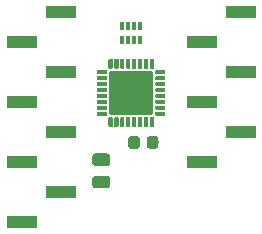
<source format=gbr>
G04 #@! TF.GenerationSoftware,KiCad,Pcbnew,5.0.0*
G04 #@! TF.CreationDate,2019-08-09T00:55:27-06:00*
G04 #@! TF.ProjectId,SX8634-Breakout,5358383633342D427265616B6F75742E,1*
G04 #@! TF.SameCoordinates,Original*
G04 #@! TF.FileFunction,Soldermask,Bot*
G04 #@! TF.FilePolarity,Negative*
%FSLAX46Y46*%
G04 Gerber Fmt 4.6, Leading zero omitted, Abs format (unit mm)*
G04 Created by KiCad (PCBNEW 5.0.0) date Fri Aug  9 00:55:27 2019*
%MOMM*%
%LPD*%
G01*
G04 APERTURE LIST*
%ADD10C,0.100000*%
%ADD11C,0.976600*%
%ADD12C,1.076600*%
%ADD13R,0.351600X0.701600*%
%ADD14C,3.751600*%
%ADD15C,0.351600*%
%ADD16R,2.611600X1.101600*%
G04 APERTURE END LIST*
D10*
G04 #@! TO.C,C1*
G36*
X61456581Y-47354376D02*
X61480281Y-47357891D01*
X61503523Y-47363713D01*
X61526082Y-47371785D01*
X61547742Y-47382029D01*
X61568292Y-47394347D01*
X61587537Y-47408619D01*
X61605290Y-47424710D01*
X61621381Y-47442463D01*
X61635653Y-47461708D01*
X61647971Y-47482258D01*
X61658215Y-47503918D01*
X61666287Y-47526477D01*
X61672109Y-47549719D01*
X61675624Y-47573419D01*
X61676800Y-47597350D01*
X61676800Y-48160650D01*
X61675624Y-48184581D01*
X61672109Y-48208281D01*
X61666287Y-48231523D01*
X61658215Y-48254082D01*
X61647971Y-48275742D01*
X61635653Y-48296292D01*
X61621381Y-48315537D01*
X61605290Y-48333290D01*
X61587537Y-48349381D01*
X61568292Y-48363653D01*
X61547742Y-48375971D01*
X61526082Y-48386215D01*
X61503523Y-48394287D01*
X61480281Y-48400109D01*
X61456581Y-48403624D01*
X61432650Y-48404800D01*
X60944350Y-48404800D01*
X60920419Y-48403624D01*
X60896719Y-48400109D01*
X60873477Y-48394287D01*
X60850918Y-48386215D01*
X60829258Y-48375971D01*
X60808708Y-48363653D01*
X60789463Y-48349381D01*
X60771710Y-48333290D01*
X60755619Y-48315537D01*
X60741347Y-48296292D01*
X60729029Y-48275742D01*
X60718785Y-48254082D01*
X60710713Y-48231523D01*
X60704891Y-48208281D01*
X60701376Y-48184581D01*
X60700200Y-48160650D01*
X60700200Y-47597350D01*
X60701376Y-47573419D01*
X60704891Y-47549719D01*
X60710713Y-47526477D01*
X60718785Y-47503918D01*
X60729029Y-47482258D01*
X60741347Y-47461708D01*
X60755619Y-47442463D01*
X60771710Y-47424710D01*
X60789463Y-47408619D01*
X60808708Y-47394347D01*
X60829258Y-47382029D01*
X60850918Y-47371785D01*
X60873477Y-47363713D01*
X60896719Y-47357891D01*
X60920419Y-47354376D01*
X60944350Y-47353200D01*
X61432650Y-47353200D01*
X61456581Y-47354376D01*
X61456581Y-47354376D01*
G37*
D11*
X61188500Y-47879000D03*
D10*
G36*
X63031581Y-47354376D02*
X63055281Y-47357891D01*
X63078523Y-47363713D01*
X63101082Y-47371785D01*
X63122742Y-47382029D01*
X63143292Y-47394347D01*
X63162537Y-47408619D01*
X63180290Y-47424710D01*
X63196381Y-47442463D01*
X63210653Y-47461708D01*
X63222971Y-47482258D01*
X63233215Y-47503918D01*
X63241287Y-47526477D01*
X63247109Y-47549719D01*
X63250624Y-47573419D01*
X63251800Y-47597350D01*
X63251800Y-48160650D01*
X63250624Y-48184581D01*
X63247109Y-48208281D01*
X63241287Y-48231523D01*
X63233215Y-48254082D01*
X63222971Y-48275742D01*
X63210653Y-48296292D01*
X63196381Y-48315537D01*
X63180290Y-48333290D01*
X63162537Y-48349381D01*
X63143292Y-48363653D01*
X63122742Y-48375971D01*
X63101082Y-48386215D01*
X63078523Y-48394287D01*
X63055281Y-48400109D01*
X63031581Y-48403624D01*
X63007650Y-48404800D01*
X62519350Y-48404800D01*
X62495419Y-48403624D01*
X62471719Y-48400109D01*
X62448477Y-48394287D01*
X62425918Y-48386215D01*
X62404258Y-48375971D01*
X62383708Y-48363653D01*
X62364463Y-48349381D01*
X62346710Y-48333290D01*
X62330619Y-48315537D01*
X62316347Y-48296292D01*
X62304029Y-48275742D01*
X62293785Y-48254082D01*
X62285713Y-48231523D01*
X62279891Y-48208281D01*
X62276376Y-48184581D01*
X62275200Y-48160650D01*
X62275200Y-47597350D01*
X62276376Y-47573419D01*
X62279891Y-47549719D01*
X62285713Y-47526477D01*
X62293785Y-47503918D01*
X62304029Y-47482258D01*
X62316347Y-47461708D01*
X62330619Y-47442463D01*
X62346710Y-47424710D01*
X62364463Y-47408619D01*
X62383708Y-47394347D01*
X62404258Y-47382029D01*
X62425918Y-47371785D01*
X62448477Y-47363713D01*
X62471719Y-47357891D01*
X62495419Y-47354376D01*
X62519350Y-47353200D01*
X63007650Y-47353200D01*
X63031581Y-47354376D01*
X63031581Y-47354376D01*
G37*
D11*
X62763500Y-47879000D03*
G04 #@! TD*
D10*
G04 #@! TO.C,C2*
G36*
X58928031Y-48817496D02*
X58954159Y-48821372D01*
X58979780Y-48827790D01*
X59004649Y-48836688D01*
X59028526Y-48847981D01*
X59051182Y-48861560D01*
X59072397Y-48877294D01*
X59091968Y-48895032D01*
X59109706Y-48914603D01*
X59125440Y-48935818D01*
X59139019Y-48958474D01*
X59150312Y-48982351D01*
X59159210Y-49007220D01*
X59165628Y-49032841D01*
X59169504Y-49058969D01*
X59170800Y-49085350D01*
X59170800Y-49623650D01*
X59169504Y-49650031D01*
X59165628Y-49676159D01*
X59159210Y-49701780D01*
X59150312Y-49726649D01*
X59139019Y-49750526D01*
X59125440Y-49773182D01*
X59109706Y-49794397D01*
X59091968Y-49813968D01*
X59072397Y-49831706D01*
X59051182Y-49847440D01*
X59028526Y-49861019D01*
X59004649Y-49872312D01*
X58979780Y-49881210D01*
X58954159Y-49887628D01*
X58928031Y-49891504D01*
X58901650Y-49892800D01*
X57938350Y-49892800D01*
X57911969Y-49891504D01*
X57885841Y-49887628D01*
X57860220Y-49881210D01*
X57835351Y-49872312D01*
X57811474Y-49861019D01*
X57788818Y-49847440D01*
X57767603Y-49831706D01*
X57748032Y-49813968D01*
X57730294Y-49794397D01*
X57714560Y-49773182D01*
X57700981Y-49750526D01*
X57689688Y-49726649D01*
X57680790Y-49701780D01*
X57674372Y-49676159D01*
X57670496Y-49650031D01*
X57669200Y-49623650D01*
X57669200Y-49085350D01*
X57670496Y-49058969D01*
X57674372Y-49032841D01*
X57680790Y-49007220D01*
X57689688Y-48982351D01*
X57700981Y-48958474D01*
X57714560Y-48935818D01*
X57730294Y-48914603D01*
X57748032Y-48895032D01*
X57767603Y-48877294D01*
X57788818Y-48861560D01*
X57811474Y-48847981D01*
X57835351Y-48836688D01*
X57860220Y-48827790D01*
X57885841Y-48821372D01*
X57911969Y-48817496D01*
X57938350Y-48816200D01*
X58901650Y-48816200D01*
X58928031Y-48817496D01*
X58928031Y-48817496D01*
G37*
D12*
X58420000Y-49354500D03*
D10*
G36*
X58928031Y-50692496D02*
X58954159Y-50696372D01*
X58979780Y-50702790D01*
X59004649Y-50711688D01*
X59028526Y-50722981D01*
X59051182Y-50736560D01*
X59072397Y-50752294D01*
X59091968Y-50770032D01*
X59109706Y-50789603D01*
X59125440Y-50810818D01*
X59139019Y-50833474D01*
X59150312Y-50857351D01*
X59159210Y-50882220D01*
X59165628Y-50907841D01*
X59169504Y-50933969D01*
X59170800Y-50960350D01*
X59170800Y-51498650D01*
X59169504Y-51525031D01*
X59165628Y-51551159D01*
X59159210Y-51576780D01*
X59150312Y-51601649D01*
X59139019Y-51625526D01*
X59125440Y-51648182D01*
X59109706Y-51669397D01*
X59091968Y-51688968D01*
X59072397Y-51706706D01*
X59051182Y-51722440D01*
X59028526Y-51736019D01*
X59004649Y-51747312D01*
X58979780Y-51756210D01*
X58954159Y-51762628D01*
X58928031Y-51766504D01*
X58901650Y-51767800D01*
X57938350Y-51767800D01*
X57911969Y-51766504D01*
X57885841Y-51762628D01*
X57860220Y-51756210D01*
X57835351Y-51747312D01*
X57811474Y-51736019D01*
X57788818Y-51722440D01*
X57767603Y-51706706D01*
X57748032Y-51688968D01*
X57730294Y-51669397D01*
X57714560Y-51648182D01*
X57700981Y-51625526D01*
X57689688Y-51601649D01*
X57680790Y-51576780D01*
X57674372Y-51551159D01*
X57670496Y-51525031D01*
X57669200Y-51498650D01*
X57669200Y-50960350D01*
X57670496Y-50933969D01*
X57674372Y-50907841D01*
X57680790Y-50882220D01*
X57689688Y-50857351D01*
X57700981Y-50833474D01*
X57714560Y-50810818D01*
X57730294Y-50789603D01*
X57748032Y-50770032D01*
X57767603Y-50752294D01*
X57788818Y-50736560D01*
X57811474Y-50722981D01*
X57835351Y-50711688D01*
X57860220Y-50702790D01*
X57885841Y-50696372D01*
X57911969Y-50692496D01*
X57938350Y-50691200D01*
X58901650Y-50691200D01*
X58928031Y-50692496D01*
X58928031Y-50692496D01*
G37*
D12*
X58420000Y-51229500D03*
G04 #@! TD*
D13*
G04 #@! TO.C,CARY1*
X60210000Y-38033000D03*
X60210000Y-39183000D03*
X60710000Y-38033000D03*
X60710000Y-39183000D03*
X61210000Y-38033000D03*
X61210000Y-39183000D03*
X61710000Y-38033000D03*
X61710000Y-39183000D03*
G04 #@! TD*
D10*
G04 #@! TO.C,U1*
G36*
X62604028Y-41813437D02*
X62628972Y-41817137D01*
X62653433Y-41823265D01*
X62677176Y-41831760D01*
X62699971Y-41842541D01*
X62721600Y-41855505D01*
X62741854Y-41870527D01*
X62760539Y-41887461D01*
X62777473Y-41906146D01*
X62792495Y-41926400D01*
X62805459Y-41948029D01*
X62816240Y-41970824D01*
X62824735Y-41994567D01*
X62830863Y-42019028D01*
X62834563Y-42043972D01*
X62835800Y-42069158D01*
X62835800Y-45306842D01*
X62834563Y-45332028D01*
X62830863Y-45356972D01*
X62824735Y-45381433D01*
X62816240Y-45405176D01*
X62805459Y-45427971D01*
X62792495Y-45449600D01*
X62777473Y-45469854D01*
X62760539Y-45488539D01*
X62741854Y-45505473D01*
X62721600Y-45520495D01*
X62699971Y-45533459D01*
X62677176Y-45544240D01*
X62653433Y-45552735D01*
X62628972Y-45558863D01*
X62604028Y-45562563D01*
X62578842Y-45563800D01*
X59341158Y-45563800D01*
X59315972Y-45562563D01*
X59291028Y-45558863D01*
X59266567Y-45552735D01*
X59242824Y-45544240D01*
X59220029Y-45533459D01*
X59198400Y-45520495D01*
X59178146Y-45505473D01*
X59159461Y-45488539D01*
X59142527Y-45469854D01*
X59127505Y-45449600D01*
X59114541Y-45427971D01*
X59103760Y-45405176D01*
X59095265Y-45381433D01*
X59089137Y-45356972D01*
X59085437Y-45332028D01*
X59084200Y-45306842D01*
X59084200Y-42069158D01*
X59085437Y-42043972D01*
X59089137Y-42019028D01*
X59095265Y-41994567D01*
X59103760Y-41970824D01*
X59114541Y-41948029D01*
X59127505Y-41926400D01*
X59142527Y-41906146D01*
X59159461Y-41887461D01*
X59178146Y-41870527D01*
X59198400Y-41855505D01*
X59220029Y-41842541D01*
X59242824Y-41831760D01*
X59266567Y-41823265D01*
X59291028Y-41817137D01*
X59315972Y-41813437D01*
X59341158Y-41812200D01*
X62578842Y-41812200D01*
X62604028Y-41813437D01*
X62604028Y-41813437D01*
G37*
D14*
X60960000Y-43688000D03*
D10*
G36*
X63781516Y-41762623D02*
X63790048Y-41763889D01*
X63798416Y-41765985D01*
X63806538Y-41768891D01*
X63814336Y-41772579D01*
X63821735Y-41777014D01*
X63828663Y-41782152D01*
X63835055Y-41787945D01*
X63840848Y-41794337D01*
X63845986Y-41801265D01*
X63850421Y-41808664D01*
X63854109Y-41816462D01*
X63857015Y-41824584D01*
X63859111Y-41832952D01*
X63860377Y-41841484D01*
X63860800Y-41850100D01*
X63860800Y-42025900D01*
X63860377Y-42034516D01*
X63859111Y-42043048D01*
X63857015Y-42051416D01*
X63854109Y-42059538D01*
X63850421Y-42067336D01*
X63845986Y-42074735D01*
X63840848Y-42081663D01*
X63835055Y-42088055D01*
X63828663Y-42093848D01*
X63821735Y-42098986D01*
X63814336Y-42103421D01*
X63806538Y-42107109D01*
X63798416Y-42110015D01*
X63790048Y-42112111D01*
X63781516Y-42113377D01*
X63772900Y-42113800D01*
X63097100Y-42113800D01*
X63088484Y-42113377D01*
X63079952Y-42112111D01*
X63071584Y-42110015D01*
X63063462Y-42107109D01*
X63055664Y-42103421D01*
X63048265Y-42098986D01*
X63041337Y-42093848D01*
X63034945Y-42088055D01*
X63029152Y-42081663D01*
X63024014Y-42074735D01*
X63019579Y-42067336D01*
X63015891Y-42059538D01*
X63012985Y-42051416D01*
X63010889Y-42043048D01*
X63009623Y-42034516D01*
X63009200Y-42025900D01*
X63009200Y-41850100D01*
X63009623Y-41841484D01*
X63010889Y-41832952D01*
X63012985Y-41824584D01*
X63015891Y-41816462D01*
X63019579Y-41808664D01*
X63024014Y-41801265D01*
X63029152Y-41794337D01*
X63034945Y-41787945D01*
X63041337Y-41782152D01*
X63048265Y-41777014D01*
X63055664Y-41772579D01*
X63063462Y-41768891D01*
X63071584Y-41765985D01*
X63079952Y-41763889D01*
X63088484Y-41762623D01*
X63097100Y-41762200D01*
X63772900Y-41762200D01*
X63781516Y-41762623D01*
X63781516Y-41762623D01*
G37*
D15*
X63435000Y-41938000D03*
D10*
G36*
X63781516Y-42262623D02*
X63790048Y-42263889D01*
X63798416Y-42265985D01*
X63806538Y-42268891D01*
X63814336Y-42272579D01*
X63821735Y-42277014D01*
X63828663Y-42282152D01*
X63835055Y-42287945D01*
X63840848Y-42294337D01*
X63845986Y-42301265D01*
X63850421Y-42308664D01*
X63854109Y-42316462D01*
X63857015Y-42324584D01*
X63859111Y-42332952D01*
X63860377Y-42341484D01*
X63860800Y-42350100D01*
X63860800Y-42525900D01*
X63860377Y-42534516D01*
X63859111Y-42543048D01*
X63857015Y-42551416D01*
X63854109Y-42559538D01*
X63850421Y-42567336D01*
X63845986Y-42574735D01*
X63840848Y-42581663D01*
X63835055Y-42588055D01*
X63828663Y-42593848D01*
X63821735Y-42598986D01*
X63814336Y-42603421D01*
X63806538Y-42607109D01*
X63798416Y-42610015D01*
X63790048Y-42612111D01*
X63781516Y-42613377D01*
X63772900Y-42613800D01*
X63097100Y-42613800D01*
X63088484Y-42613377D01*
X63079952Y-42612111D01*
X63071584Y-42610015D01*
X63063462Y-42607109D01*
X63055664Y-42603421D01*
X63048265Y-42598986D01*
X63041337Y-42593848D01*
X63034945Y-42588055D01*
X63029152Y-42581663D01*
X63024014Y-42574735D01*
X63019579Y-42567336D01*
X63015891Y-42559538D01*
X63012985Y-42551416D01*
X63010889Y-42543048D01*
X63009623Y-42534516D01*
X63009200Y-42525900D01*
X63009200Y-42350100D01*
X63009623Y-42341484D01*
X63010889Y-42332952D01*
X63012985Y-42324584D01*
X63015891Y-42316462D01*
X63019579Y-42308664D01*
X63024014Y-42301265D01*
X63029152Y-42294337D01*
X63034945Y-42287945D01*
X63041337Y-42282152D01*
X63048265Y-42277014D01*
X63055664Y-42272579D01*
X63063462Y-42268891D01*
X63071584Y-42265985D01*
X63079952Y-42263889D01*
X63088484Y-42262623D01*
X63097100Y-42262200D01*
X63772900Y-42262200D01*
X63781516Y-42262623D01*
X63781516Y-42262623D01*
G37*
D15*
X63435000Y-42438000D03*
D10*
G36*
X63781516Y-42762623D02*
X63790048Y-42763889D01*
X63798416Y-42765985D01*
X63806538Y-42768891D01*
X63814336Y-42772579D01*
X63821735Y-42777014D01*
X63828663Y-42782152D01*
X63835055Y-42787945D01*
X63840848Y-42794337D01*
X63845986Y-42801265D01*
X63850421Y-42808664D01*
X63854109Y-42816462D01*
X63857015Y-42824584D01*
X63859111Y-42832952D01*
X63860377Y-42841484D01*
X63860800Y-42850100D01*
X63860800Y-43025900D01*
X63860377Y-43034516D01*
X63859111Y-43043048D01*
X63857015Y-43051416D01*
X63854109Y-43059538D01*
X63850421Y-43067336D01*
X63845986Y-43074735D01*
X63840848Y-43081663D01*
X63835055Y-43088055D01*
X63828663Y-43093848D01*
X63821735Y-43098986D01*
X63814336Y-43103421D01*
X63806538Y-43107109D01*
X63798416Y-43110015D01*
X63790048Y-43112111D01*
X63781516Y-43113377D01*
X63772900Y-43113800D01*
X63097100Y-43113800D01*
X63088484Y-43113377D01*
X63079952Y-43112111D01*
X63071584Y-43110015D01*
X63063462Y-43107109D01*
X63055664Y-43103421D01*
X63048265Y-43098986D01*
X63041337Y-43093848D01*
X63034945Y-43088055D01*
X63029152Y-43081663D01*
X63024014Y-43074735D01*
X63019579Y-43067336D01*
X63015891Y-43059538D01*
X63012985Y-43051416D01*
X63010889Y-43043048D01*
X63009623Y-43034516D01*
X63009200Y-43025900D01*
X63009200Y-42850100D01*
X63009623Y-42841484D01*
X63010889Y-42832952D01*
X63012985Y-42824584D01*
X63015891Y-42816462D01*
X63019579Y-42808664D01*
X63024014Y-42801265D01*
X63029152Y-42794337D01*
X63034945Y-42787945D01*
X63041337Y-42782152D01*
X63048265Y-42777014D01*
X63055664Y-42772579D01*
X63063462Y-42768891D01*
X63071584Y-42765985D01*
X63079952Y-42763889D01*
X63088484Y-42762623D01*
X63097100Y-42762200D01*
X63772900Y-42762200D01*
X63781516Y-42762623D01*
X63781516Y-42762623D01*
G37*
D15*
X63435000Y-42938000D03*
D10*
G36*
X63781516Y-43262623D02*
X63790048Y-43263889D01*
X63798416Y-43265985D01*
X63806538Y-43268891D01*
X63814336Y-43272579D01*
X63821735Y-43277014D01*
X63828663Y-43282152D01*
X63835055Y-43287945D01*
X63840848Y-43294337D01*
X63845986Y-43301265D01*
X63850421Y-43308664D01*
X63854109Y-43316462D01*
X63857015Y-43324584D01*
X63859111Y-43332952D01*
X63860377Y-43341484D01*
X63860800Y-43350100D01*
X63860800Y-43525900D01*
X63860377Y-43534516D01*
X63859111Y-43543048D01*
X63857015Y-43551416D01*
X63854109Y-43559538D01*
X63850421Y-43567336D01*
X63845986Y-43574735D01*
X63840848Y-43581663D01*
X63835055Y-43588055D01*
X63828663Y-43593848D01*
X63821735Y-43598986D01*
X63814336Y-43603421D01*
X63806538Y-43607109D01*
X63798416Y-43610015D01*
X63790048Y-43612111D01*
X63781516Y-43613377D01*
X63772900Y-43613800D01*
X63097100Y-43613800D01*
X63088484Y-43613377D01*
X63079952Y-43612111D01*
X63071584Y-43610015D01*
X63063462Y-43607109D01*
X63055664Y-43603421D01*
X63048265Y-43598986D01*
X63041337Y-43593848D01*
X63034945Y-43588055D01*
X63029152Y-43581663D01*
X63024014Y-43574735D01*
X63019579Y-43567336D01*
X63015891Y-43559538D01*
X63012985Y-43551416D01*
X63010889Y-43543048D01*
X63009623Y-43534516D01*
X63009200Y-43525900D01*
X63009200Y-43350100D01*
X63009623Y-43341484D01*
X63010889Y-43332952D01*
X63012985Y-43324584D01*
X63015891Y-43316462D01*
X63019579Y-43308664D01*
X63024014Y-43301265D01*
X63029152Y-43294337D01*
X63034945Y-43287945D01*
X63041337Y-43282152D01*
X63048265Y-43277014D01*
X63055664Y-43272579D01*
X63063462Y-43268891D01*
X63071584Y-43265985D01*
X63079952Y-43263889D01*
X63088484Y-43262623D01*
X63097100Y-43262200D01*
X63772900Y-43262200D01*
X63781516Y-43262623D01*
X63781516Y-43262623D01*
G37*
D15*
X63435000Y-43438000D03*
D10*
G36*
X63781516Y-43762623D02*
X63790048Y-43763889D01*
X63798416Y-43765985D01*
X63806538Y-43768891D01*
X63814336Y-43772579D01*
X63821735Y-43777014D01*
X63828663Y-43782152D01*
X63835055Y-43787945D01*
X63840848Y-43794337D01*
X63845986Y-43801265D01*
X63850421Y-43808664D01*
X63854109Y-43816462D01*
X63857015Y-43824584D01*
X63859111Y-43832952D01*
X63860377Y-43841484D01*
X63860800Y-43850100D01*
X63860800Y-44025900D01*
X63860377Y-44034516D01*
X63859111Y-44043048D01*
X63857015Y-44051416D01*
X63854109Y-44059538D01*
X63850421Y-44067336D01*
X63845986Y-44074735D01*
X63840848Y-44081663D01*
X63835055Y-44088055D01*
X63828663Y-44093848D01*
X63821735Y-44098986D01*
X63814336Y-44103421D01*
X63806538Y-44107109D01*
X63798416Y-44110015D01*
X63790048Y-44112111D01*
X63781516Y-44113377D01*
X63772900Y-44113800D01*
X63097100Y-44113800D01*
X63088484Y-44113377D01*
X63079952Y-44112111D01*
X63071584Y-44110015D01*
X63063462Y-44107109D01*
X63055664Y-44103421D01*
X63048265Y-44098986D01*
X63041337Y-44093848D01*
X63034945Y-44088055D01*
X63029152Y-44081663D01*
X63024014Y-44074735D01*
X63019579Y-44067336D01*
X63015891Y-44059538D01*
X63012985Y-44051416D01*
X63010889Y-44043048D01*
X63009623Y-44034516D01*
X63009200Y-44025900D01*
X63009200Y-43850100D01*
X63009623Y-43841484D01*
X63010889Y-43832952D01*
X63012985Y-43824584D01*
X63015891Y-43816462D01*
X63019579Y-43808664D01*
X63024014Y-43801265D01*
X63029152Y-43794337D01*
X63034945Y-43787945D01*
X63041337Y-43782152D01*
X63048265Y-43777014D01*
X63055664Y-43772579D01*
X63063462Y-43768891D01*
X63071584Y-43765985D01*
X63079952Y-43763889D01*
X63088484Y-43762623D01*
X63097100Y-43762200D01*
X63772900Y-43762200D01*
X63781516Y-43762623D01*
X63781516Y-43762623D01*
G37*
D15*
X63435000Y-43938000D03*
D10*
G36*
X63781516Y-44262623D02*
X63790048Y-44263889D01*
X63798416Y-44265985D01*
X63806538Y-44268891D01*
X63814336Y-44272579D01*
X63821735Y-44277014D01*
X63828663Y-44282152D01*
X63835055Y-44287945D01*
X63840848Y-44294337D01*
X63845986Y-44301265D01*
X63850421Y-44308664D01*
X63854109Y-44316462D01*
X63857015Y-44324584D01*
X63859111Y-44332952D01*
X63860377Y-44341484D01*
X63860800Y-44350100D01*
X63860800Y-44525900D01*
X63860377Y-44534516D01*
X63859111Y-44543048D01*
X63857015Y-44551416D01*
X63854109Y-44559538D01*
X63850421Y-44567336D01*
X63845986Y-44574735D01*
X63840848Y-44581663D01*
X63835055Y-44588055D01*
X63828663Y-44593848D01*
X63821735Y-44598986D01*
X63814336Y-44603421D01*
X63806538Y-44607109D01*
X63798416Y-44610015D01*
X63790048Y-44612111D01*
X63781516Y-44613377D01*
X63772900Y-44613800D01*
X63097100Y-44613800D01*
X63088484Y-44613377D01*
X63079952Y-44612111D01*
X63071584Y-44610015D01*
X63063462Y-44607109D01*
X63055664Y-44603421D01*
X63048265Y-44598986D01*
X63041337Y-44593848D01*
X63034945Y-44588055D01*
X63029152Y-44581663D01*
X63024014Y-44574735D01*
X63019579Y-44567336D01*
X63015891Y-44559538D01*
X63012985Y-44551416D01*
X63010889Y-44543048D01*
X63009623Y-44534516D01*
X63009200Y-44525900D01*
X63009200Y-44350100D01*
X63009623Y-44341484D01*
X63010889Y-44332952D01*
X63012985Y-44324584D01*
X63015891Y-44316462D01*
X63019579Y-44308664D01*
X63024014Y-44301265D01*
X63029152Y-44294337D01*
X63034945Y-44287945D01*
X63041337Y-44282152D01*
X63048265Y-44277014D01*
X63055664Y-44272579D01*
X63063462Y-44268891D01*
X63071584Y-44265985D01*
X63079952Y-44263889D01*
X63088484Y-44262623D01*
X63097100Y-44262200D01*
X63772900Y-44262200D01*
X63781516Y-44262623D01*
X63781516Y-44262623D01*
G37*
D15*
X63435000Y-44438000D03*
D10*
G36*
X63781516Y-44762623D02*
X63790048Y-44763889D01*
X63798416Y-44765985D01*
X63806538Y-44768891D01*
X63814336Y-44772579D01*
X63821735Y-44777014D01*
X63828663Y-44782152D01*
X63835055Y-44787945D01*
X63840848Y-44794337D01*
X63845986Y-44801265D01*
X63850421Y-44808664D01*
X63854109Y-44816462D01*
X63857015Y-44824584D01*
X63859111Y-44832952D01*
X63860377Y-44841484D01*
X63860800Y-44850100D01*
X63860800Y-45025900D01*
X63860377Y-45034516D01*
X63859111Y-45043048D01*
X63857015Y-45051416D01*
X63854109Y-45059538D01*
X63850421Y-45067336D01*
X63845986Y-45074735D01*
X63840848Y-45081663D01*
X63835055Y-45088055D01*
X63828663Y-45093848D01*
X63821735Y-45098986D01*
X63814336Y-45103421D01*
X63806538Y-45107109D01*
X63798416Y-45110015D01*
X63790048Y-45112111D01*
X63781516Y-45113377D01*
X63772900Y-45113800D01*
X63097100Y-45113800D01*
X63088484Y-45113377D01*
X63079952Y-45112111D01*
X63071584Y-45110015D01*
X63063462Y-45107109D01*
X63055664Y-45103421D01*
X63048265Y-45098986D01*
X63041337Y-45093848D01*
X63034945Y-45088055D01*
X63029152Y-45081663D01*
X63024014Y-45074735D01*
X63019579Y-45067336D01*
X63015891Y-45059538D01*
X63012985Y-45051416D01*
X63010889Y-45043048D01*
X63009623Y-45034516D01*
X63009200Y-45025900D01*
X63009200Y-44850100D01*
X63009623Y-44841484D01*
X63010889Y-44832952D01*
X63012985Y-44824584D01*
X63015891Y-44816462D01*
X63019579Y-44808664D01*
X63024014Y-44801265D01*
X63029152Y-44794337D01*
X63034945Y-44787945D01*
X63041337Y-44782152D01*
X63048265Y-44777014D01*
X63055664Y-44772579D01*
X63063462Y-44768891D01*
X63071584Y-44765985D01*
X63079952Y-44763889D01*
X63088484Y-44762623D01*
X63097100Y-44762200D01*
X63772900Y-44762200D01*
X63781516Y-44762623D01*
X63781516Y-44762623D01*
G37*
D15*
X63435000Y-44938000D03*
D10*
G36*
X63781516Y-45262623D02*
X63790048Y-45263889D01*
X63798416Y-45265985D01*
X63806538Y-45268891D01*
X63814336Y-45272579D01*
X63821735Y-45277014D01*
X63828663Y-45282152D01*
X63835055Y-45287945D01*
X63840848Y-45294337D01*
X63845986Y-45301265D01*
X63850421Y-45308664D01*
X63854109Y-45316462D01*
X63857015Y-45324584D01*
X63859111Y-45332952D01*
X63860377Y-45341484D01*
X63860800Y-45350100D01*
X63860800Y-45525900D01*
X63860377Y-45534516D01*
X63859111Y-45543048D01*
X63857015Y-45551416D01*
X63854109Y-45559538D01*
X63850421Y-45567336D01*
X63845986Y-45574735D01*
X63840848Y-45581663D01*
X63835055Y-45588055D01*
X63828663Y-45593848D01*
X63821735Y-45598986D01*
X63814336Y-45603421D01*
X63806538Y-45607109D01*
X63798416Y-45610015D01*
X63790048Y-45612111D01*
X63781516Y-45613377D01*
X63772900Y-45613800D01*
X63097100Y-45613800D01*
X63088484Y-45613377D01*
X63079952Y-45612111D01*
X63071584Y-45610015D01*
X63063462Y-45607109D01*
X63055664Y-45603421D01*
X63048265Y-45598986D01*
X63041337Y-45593848D01*
X63034945Y-45588055D01*
X63029152Y-45581663D01*
X63024014Y-45574735D01*
X63019579Y-45567336D01*
X63015891Y-45559538D01*
X63012985Y-45551416D01*
X63010889Y-45543048D01*
X63009623Y-45534516D01*
X63009200Y-45525900D01*
X63009200Y-45350100D01*
X63009623Y-45341484D01*
X63010889Y-45332952D01*
X63012985Y-45324584D01*
X63015891Y-45316462D01*
X63019579Y-45308664D01*
X63024014Y-45301265D01*
X63029152Y-45294337D01*
X63034945Y-45287945D01*
X63041337Y-45282152D01*
X63048265Y-45277014D01*
X63055664Y-45272579D01*
X63063462Y-45268891D01*
X63071584Y-45265985D01*
X63079952Y-45263889D01*
X63088484Y-45262623D01*
X63097100Y-45262200D01*
X63772900Y-45262200D01*
X63781516Y-45262623D01*
X63781516Y-45262623D01*
G37*
D15*
X63435000Y-45438000D03*
D10*
G36*
X62806516Y-45737623D02*
X62815048Y-45738889D01*
X62823416Y-45740985D01*
X62831538Y-45743891D01*
X62839336Y-45747579D01*
X62846735Y-45752014D01*
X62853663Y-45757152D01*
X62860055Y-45762945D01*
X62865848Y-45769337D01*
X62870986Y-45776265D01*
X62875421Y-45783664D01*
X62879109Y-45791462D01*
X62882015Y-45799584D01*
X62884111Y-45807952D01*
X62885377Y-45816484D01*
X62885800Y-45825100D01*
X62885800Y-46500900D01*
X62885377Y-46509516D01*
X62884111Y-46518048D01*
X62882015Y-46526416D01*
X62879109Y-46534538D01*
X62875421Y-46542336D01*
X62870986Y-46549735D01*
X62865848Y-46556663D01*
X62860055Y-46563055D01*
X62853663Y-46568848D01*
X62846735Y-46573986D01*
X62839336Y-46578421D01*
X62831538Y-46582109D01*
X62823416Y-46585015D01*
X62815048Y-46587111D01*
X62806516Y-46588377D01*
X62797900Y-46588800D01*
X62622100Y-46588800D01*
X62613484Y-46588377D01*
X62604952Y-46587111D01*
X62596584Y-46585015D01*
X62588462Y-46582109D01*
X62580664Y-46578421D01*
X62573265Y-46573986D01*
X62566337Y-46568848D01*
X62559945Y-46563055D01*
X62554152Y-46556663D01*
X62549014Y-46549735D01*
X62544579Y-46542336D01*
X62540891Y-46534538D01*
X62537985Y-46526416D01*
X62535889Y-46518048D01*
X62534623Y-46509516D01*
X62534200Y-46500900D01*
X62534200Y-45825100D01*
X62534623Y-45816484D01*
X62535889Y-45807952D01*
X62537985Y-45799584D01*
X62540891Y-45791462D01*
X62544579Y-45783664D01*
X62549014Y-45776265D01*
X62554152Y-45769337D01*
X62559945Y-45762945D01*
X62566337Y-45757152D01*
X62573265Y-45752014D01*
X62580664Y-45747579D01*
X62588462Y-45743891D01*
X62596584Y-45740985D01*
X62604952Y-45738889D01*
X62613484Y-45737623D01*
X62622100Y-45737200D01*
X62797900Y-45737200D01*
X62806516Y-45737623D01*
X62806516Y-45737623D01*
G37*
D15*
X62710000Y-46163000D03*
D10*
G36*
X62306516Y-45737623D02*
X62315048Y-45738889D01*
X62323416Y-45740985D01*
X62331538Y-45743891D01*
X62339336Y-45747579D01*
X62346735Y-45752014D01*
X62353663Y-45757152D01*
X62360055Y-45762945D01*
X62365848Y-45769337D01*
X62370986Y-45776265D01*
X62375421Y-45783664D01*
X62379109Y-45791462D01*
X62382015Y-45799584D01*
X62384111Y-45807952D01*
X62385377Y-45816484D01*
X62385800Y-45825100D01*
X62385800Y-46500900D01*
X62385377Y-46509516D01*
X62384111Y-46518048D01*
X62382015Y-46526416D01*
X62379109Y-46534538D01*
X62375421Y-46542336D01*
X62370986Y-46549735D01*
X62365848Y-46556663D01*
X62360055Y-46563055D01*
X62353663Y-46568848D01*
X62346735Y-46573986D01*
X62339336Y-46578421D01*
X62331538Y-46582109D01*
X62323416Y-46585015D01*
X62315048Y-46587111D01*
X62306516Y-46588377D01*
X62297900Y-46588800D01*
X62122100Y-46588800D01*
X62113484Y-46588377D01*
X62104952Y-46587111D01*
X62096584Y-46585015D01*
X62088462Y-46582109D01*
X62080664Y-46578421D01*
X62073265Y-46573986D01*
X62066337Y-46568848D01*
X62059945Y-46563055D01*
X62054152Y-46556663D01*
X62049014Y-46549735D01*
X62044579Y-46542336D01*
X62040891Y-46534538D01*
X62037985Y-46526416D01*
X62035889Y-46518048D01*
X62034623Y-46509516D01*
X62034200Y-46500900D01*
X62034200Y-45825100D01*
X62034623Y-45816484D01*
X62035889Y-45807952D01*
X62037985Y-45799584D01*
X62040891Y-45791462D01*
X62044579Y-45783664D01*
X62049014Y-45776265D01*
X62054152Y-45769337D01*
X62059945Y-45762945D01*
X62066337Y-45757152D01*
X62073265Y-45752014D01*
X62080664Y-45747579D01*
X62088462Y-45743891D01*
X62096584Y-45740985D01*
X62104952Y-45738889D01*
X62113484Y-45737623D01*
X62122100Y-45737200D01*
X62297900Y-45737200D01*
X62306516Y-45737623D01*
X62306516Y-45737623D01*
G37*
D15*
X62210000Y-46163000D03*
D10*
G36*
X61806516Y-45737623D02*
X61815048Y-45738889D01*
X61823416Y-45740985D01*
X61831538Y-45743891D01*
X61839336Y-45747579D01*
X61846735Y-45752014D01*
X61853663Y-45757152D01*
X61860055Y-45762945D01*
X61865848Y-45769337D01*
X61870986Y-45776265D01*
X61875421Y-45783664D01*
X61879109Y-45791462D01*
X61882015Y-45799584D01*
X61884111Y-45807952D01*
X61885377Y-45816484D01*
X61885800Y-45825100D01*
X61885800Y-46500900D01*
X61885377Y-46509516D01*
X61884111Y-46518048D01*
X61882015Y-46526416D01*
X61879109Y-46534538D01*
X61875421Y-46542336D01*
X61870986Y-46549735D01*
X61865848Y-46556663D01*
X61860055Y-46563055D01*
X61853663Y-46568848D01*
X61846735Y-46573986D01*
X61839336Y-46578421D01*
X61831538Y-46582109D01*
X61823416Y-46585015D01*
X61815048Y-46587111D01*
X61806516Y-46588377D01*
X61797900Y-46588800D01*
X61622100Y-46588800D01*
X61613484Y-46588377D01*
X61604952Y-46587111D01*
X61596584Y-46585015D01*
X61588462Y-46582109D01*
X61580664Y-46578421D01*
X61573265Y-46573986D01*
X61566337Y-46568848D01*
X61559945Y-46563055D01*
X61554152Y-46556663D01*
X61549014Y-46549735D01*
X61544579Y-46542336D01*
X61540891Y-46534538D01*
X61537985Y-46526416D01*
X61535889Y-46518048D01*
X61534623Y-46509516D01*
X61534200Y-46500900D01*
X61534200Y-45825100D01*
X61534623Y-45816484D01*
X61535889Y-45807952D01*
X61537985Y-45799584D01*
X61540891Y-45791462D01*
X61544579Y-45783664D01*
X61549014Y-45776265D01*
X61554152Y-45769337D01*
X61559945Y-45762945D01*
X61566337Y-45757152D01*
X61573265Y-45752014D01*
X61580664Y-45747579D01*
X61588462Y-45743891D01*
X61596584Y-45740985D01*
X61604952Y-45738889D01*
X61613484Y-45737623D01*
X61622100Y-45737200D01*
X61797900Y-45737200D01*
X61806516Y-45737623D01*
X61806516Y-45737623D01*
G37*
D15*
X61710000Y-46163000D03*
D10*
G36*
X61306516Y-45737623D02*
X61315048Y-45738889D01*
X61323416Y-45740985D01*
X61331538Y-45743891D01*
X61339336Y-45747579D01*
X61346735Y-45752014D01*
X61353663Y-45757152D01*
X61360055Y-45762945D01*
X61365848Y-45769337D01*
X61370986Y-45776265D01*
X61375421Y-45783664D01*
X61379109Y-45791462D01*
X61382015Y-45799584D01*
X61384111Y-45807952D01*
X61385377Y-45816484D01*
X61385800Y-45825100D01*
X61385800Y-46500900D01*
X61385377Y-46509516D01*
X61384111Y-46518048D01*
X61382015Y-46526416D01*
X61379109Y-46534538D01*
X61375421Y-46542336D01*
X61370986Y-46549735D01*
X61365848Y-46556663D01*
X61360055Y-46563055D01*
X61353663Y-46568848D01*
X61346735Y-46573986D01*
X61339336Y-46578421D01*
X61331538Y-46582109D01*
X61323416Y-46585015D01*
X61315048Y-46587111D01*
X61306516Y-46588377D01*
X61297900Y-46588800D01*
X61122100Y-46588800D01*
X61113484Y-46588377D01*
X61104952Y-46587111D01*
X61096584Y-46585015D01*
X61088462Y-46582109D01*
X61080664Y-46578421D01*
X61073265Y-46573986D01*
X61066337Y-46568848D01*
X61059945Y-46563055D01*
X61054152Y-46556663D01*
X61049014Y-46549735D01*
X61044579Y-46542336D01*
X61040891Y-46534538D01*
X61037985Y-46526416D01*
X61035889Y-46518048D01*
X61034623Y-46509516D01*
X61034200Y-46500900D01*
X61034200Y-45825100D01*
X61034623Y-45816484D01*
X61035889Y-45807952D01*
X61037985Y-45799584D01*
X61040891Y-45791462D01*
X61044579Y-45783664D01*
X61049014Y-45776265D01*
X61054152Y-45769337D01*
X61059945Y-45762945D01*
X61066337Y-45757152D01*
X61073265Y-45752014D01*
X61080664Y-45747579D01*
X61088462Y-45743891D01*
X61096584Y-45740985D01*
X61104952Y-45738889D01*
X61113484Y-45737623D01*
X61122100Y-45737200D01*
X61297900Y-45737200D01*
X61306516Y-45737623D01*
X61306516Y-45737623D01*
G37*
D15*
X61210000Y-46163000D03*
D10*
G36*
X60806516Y-45737623D02*
X60815048Y-45738889D01*
X60823416Y-45740985D01*
X60831538Y-45743891D01*
X60839336Y-45747579D01*
X60846735Y-45752014D01*
X60853663Y-45757152D01*
X60860055Y-45762945D01*
X60865848Y-45769337D01*
X60870986Y-45776265D01*
X60875421Y-45783664D01*
X60879109Y-45791462D01*
X60882015Y-45799584D01*
X60884111Y-45807952D01*
X60885377Y-45816484D01*
X60885800Y-45825100D01*
X60885800Y-46500900D01*
X60885377Y-46509516D01*
X60884111Y-46518048D01*
X60882015Y-46526416D01*
X60879109Y-46534538D01*
X60875421Y-46542336D01*
X60870986Y-46549735D01*
X60865848Y-46556663D01*
X60860055Y-46563055D01*
X60853663Y-46568848D01*
X60846735Y-46573986D01*
X60839336Y-46578421D01*
X60831538Y-46582109D01*
X60823416Y-46585015D01*
X60815048Y-46587111D01*
X60806516Y-46588377D01*
X60797900Y-46588800D01*
X60622100Y-46588800D01*
X60613484Y-46588377D01*
X60604952Y-46587111D01*
X60596584Y-46585015D01*
X60588462Y-46582109D01*
X60580664Y-46578421D01*
X60573265Y-46573986D01*
X60566337Y-46568848D01*
X60559945Y-46563055D01*
X60554152Y-46556663D01*
X60549014Y-46549735D01*
X60544579Y-46542336D01*
X60540891Y-46534538D01*
X60537985Y-46526416D01*
X60535889Y-46518048D01*
X60534623Y-46509516D01*
X60534200Y-46500900D01*
X60534200Y-45825100D01*
X60534623Y-45816484D01*
X60535889Y-45807952D01*
X60537985Y-45799584D01*
X60540891Y-45791462D01*
X60544579Y-45783664D01*
X60549014Y-45776265D01*
X60554152Y-45769337D01*
X60559945Y-45762945D01*
X60566337Y-45757152D01*
X60573265Y-45752014D01*
X60580664Y-45747579D01*
X60588462Y-45743891D01*
X60596584Y-45740985D01*
X60604952Y-45738889D01*
X60613484Y-45737623D01*
X60622100Y-45737200D01*
X60797900Y-45737200D01*
X60806516Y-45737623D01*
X60806516Y-45737623D01*
G37*
D15*
X60710000Y-46163000D03*
D10*
G36*
X60306516Y-45737623D02*
X60315048Y-45738889D01*
X60323416Y-45740985D01*
X60331538Y-45743891D01*
X60339336Y-45747579D01*
X60346735Y-45752014D01*
X60353663Y-45757152D01*
X60360055Y-45762945D01*
X60365848Y-45769337D01*
X60370986Y-45776265D01*
X60375421Y-45783664D01*
X60379109Y-45791462D01*
X60382015Y-45799584D01*
X60384111Y-45807952D01*
X60385377Y-45816484D01*
X60385800Y-45825100D01*
X60385800Y-46500900D01*
X60385377Y-46509516D01*
X60384111Y-46518048D01*
X60382015Y-46526416D01*
X60379109Y-46534538D01*
X60375421Y-46542336D01*
X60370986Y-46549735D01*
X60365848Y-46556663D01*
X60360055Y-46563055D01*
X60353663Y-46568848D01*
X60346735Y-46573986D01*
X60339336Y-46578421D01*
X60331538Y-46582109D01*
X60323416Y-46585015D01*
X60315048Y-46587111D01*
X60306516Y-46588377D01*
X60297900Y-46588800D01*
X60122100Y-46588800D01*
X60113484Y-46588377D01*
X60104952Y-46587111D01*
X60096584Y-46585015D01*
X60088462Y-46582109D01*
X60080664Y-46578421D01*
X60073265Y-46573986D01*
X60066337Y-46568848D01*
X60059945Y-46563055D01*
X60054152Y-46556663D01*
X60049014Y-46549735D01*
X60044579Y-46542336D01*
X60040891Y-46534538D01*
X60037985Y-46526416D01*
X60035889Y-46518048D01*
X60034623Y-46509516D01*
X60034200Y-46500900D01*
X60034200Y-45825100D01*
X60034623Y-45816484D01*
X60035889Y-45807952D01*
X60037985Y-45799584D01*
X60040891Y-45791462D01*
X60044579Y-45783664D01*
X60049014Y-45776265D01*
X60054152Y-45769337D01*
X60059945Y-45762945D01*
X60066337Y-45757152D01*
X60073265Y-45752014D01*
X60080664Y-45747579D01*
X60088462Y-45743891D01*
X60096584Y-45740985D01*
X60104952Y-45738889D01*
X60113484Y-45737623D01*
X60122100Y-45737200D01*
X60297900Y-45737200D01*
X60306516Y-45737623D01*
X60306516Y-45737623D01*
G37*
D15*
X60210000Y-46163000D03*
D10*
G36*
X59806516Y-45737623D02*
X59815048Y-45738889D01*
X59823416Y-45740985D01*
X59831538Y-45743891D01*
X59839336Y-45747579D01*
X59846735Y-45752014D01*
X59853663Y-45757152D01*
X59860055Y-45762945D01*
X59865848Y-45769337D01*
X59870986Y-45776265D01*
X59875421Y-45783664D01*
X59879109Y-45791462D01*
X59882015Y-45799584D01*
X59884111Y-45807952D01*
X59885377Y-45816484D01*
X59885800Y-45825100D01*
X59885800Y-46500900D01*
X59885377Y-46509516D01*
X59884111Y-46518048D01*
X59882015Y-46526416D01*
X59879109Y-46534538D01*
X59875421Y-46542336D01*
X59870986Y-46549735D01*
X59865848Y-46556663D01*
X59860055Y-46563055D01*
X59853663Y-46568848D01*
X59846735Y-46573986D01*
X59839336Y-46578421D01*
X59831538Y-46582109D01*
X59823416Y-46585015D01*
X59815048Y-46587111D01*
X59806516Y-46588377D01*
X59797900Y-46588800D01*
X59622100Y-46588800D01*
X59613484Y-46588377D01*
X59604952Y-46587111D01*
X59596584Y-46585015D01*
X59588462Y-46582109D01*
X59580664Y-46578421D01*
X59573265Y-46573986D01*
X59566337Y-46568848D01*
X59559945Y-46563055D01*
X59554152Y-46556663D01*
X59549014Y-46549735D01*
X59544579Y-46542336D01*
X59540891Y-46534538D01*
X59537985Y-46526416D01*
X59535889Y-46518048D01*
X59534623Y-46509516D01*
X59534200Y-46500900D01*
X59534200Y-45825100D01*
X59534623Y-45816484D01*
X59535889Y-45807952D01*
X59537985Y-45799584D01*
X59540891Y-45791462D01*
X59544579Y-45783664D01*
X59549014Y-45776265D01*
X59554152Y-45769337D01*
X59559945Y-45762945D01*
X59566337Y-45757152D01*
X59573265Y-45752014D01*
X59580664Y-45747579D01*
X59588462Y-45743891D01*
X59596584Y-45740985D01*
X59604952Y-45738889D01*
X59613484Y-45737623D01*
X59622100Y-45737200D01*
X59797900Y-45737200D01*
X59806516Y-45737623D01*
X59806516Y-45737623D01*
G37*
D15*
X59710000Y-46163000D03*
D10*
G36*
X59306516Y-45737623D02*
X59315048Y-45738889D01*
X59323416Y-45740985D01*
X59331538Y-45743891D01*
X59339336Y-45747579D01*
X59346735Y-45752014D01*
X59353663Y-45757152D01*
X59360055Y-45762945D01*
X59365848Y-45769337D01*
X59370986Y-45776265D01*
X59375421Y-45783664D01*
X59379109Y-45791462D01*
X59382015Y-45799584D01*
X59384111Y-45807952D01*
X59385377Y-45816484D01*
X59385800Y-45825100D01*
X59385800Y-46500900D01*
X59385377Y-46509516D01*
X59384111Y-46518048D01*
X59382015Y-46526416D01*
X59379109Y-46534538D01*
X59375421Y-46542336D01*
X59370986Y-46549735D01*
X59365848Y-46556663D01*
X59360055Y-46563055D01*
X59353663Y-46568848D01*
X59346735Y-46573986D01*
X59339336Y-46578421D01*
X59331538Y-46582109D01*
X59323416Y-46585015D01*
X59315048Y-46587111D01*
X59306516Y-46588377D01*
X59297900Y-46588800D01*
X59122100Y-46588800D01*
X59113484Y-46588377D01*
X59104952Y-46587111D01*
X59096584Y-46585015D01*
X59088462Y-46582109D01*
X59080664Y-46578421D01*
X59073265Y-46573986D01*
X59066337Y-46568848D01*
X59059945Y-46563055D01*
X59054152Y-46556663D01*
X59049014Y-46549735D01*
X59044579Y-46542336D01*
X59040891Y-46534538D01*
X59037985Y-46526416D01*
X59035889Y-46518048D01*
X59034623Y-46509516D01*
X59034200Y-46500900D01*
X59034200Y-45825100D01*
X59034623Y-45816484D01*
X59035889Y-45807952D01*
X59037985Y-45799584D01*
X59040891Y-45791462D01*
X59044579Y-45783664D01*
X59049014Y-45776265D01*
X59054152Y-45769337D01*
X59059945Y-45762945D01*
X59066337Y-45757152D01*
X59073265Y-45752014D01*
X59080664Y-45747579D01*
X59088462Y-45743891D01*
X59096584Y-45740985D01*
X59104952Y-45738889D01*
X59113484Y-45737623D01*
X59122100Y-45737200D01*
X59297900Y-45737200D01*
X59306516Y-45737623D01*
X59306516Y-45737623D01*
G37*
D15*
X59210000Y-46163000D03*
D10*
G36*
X58831516Y-45262623D02*
X58840048Y-45263889D01*
X58848416Y-45265985D01*
X58856538Y-45268891D01*
X58864336Y-45272579D01*
X58871735Y-45277014D01*
X58878663Y-45282152D01*
X58885055Y-45287945D01*
X58890848Y-45294337D01*
X58895986Y-45301265D01*
X58900421Y-45308664D01*
X58904109Y-45316462D01*
X58907015Y-45324584D01*
X58909111Y-45332952D01*
X58910377Y-45341484D01*
X58910800Y-45350100D01*
X58910800Y-45525900D01*
X58910377Y-45534516D01*
X58909111Y-45543048D01*
X58907015Y-45551416D01*
X58904109Y-45559538D01*
X58900421Y-45567336D01*
X58895986Y-45574735D01*
X58890848Y-45581663D01*
X58885055Y-45588055D01*
X58878663Y-45593848D01*
X58871735Y-45598986D01*
X58864336Y-45603421D01*
X58856538Y-45607109D01*
X58848416Y-45610015D01*
X58840048Y-45612111D01*
X58831516Y-45613377D01*
X58822900Y-45613800D01*
X58147100Y-45613800D01*
X58138484Y-45613377D01*
X58129952Y-45612111D01*
X58121584Y-45610015D01*
X58113462Y-45607109D01*
X58105664Y-45603421D01*
X58098265Y-45598986D01*
X58091337Y-45593848D01*
X58084945Y-45588055D01*
X58079152Y-45581663D01*
X58074014Y-45574735D01*
X58069579Y-45567336D01*
X58065891Y-45559538D01*
X58062985Y-45551416D01*
X58060889Y-45543048D01*
X58059623Y-45534516D01*
X58059200Y-45525900D01*
X58059200Y-45350100D01*
X58059623Y-45341484D01*
X58060889Y-45332952D01*
X58062985Y-45324584D01*
X58065891Y-45316462D01*
X58069579Y-45308664D01*
X58074014Y-45301265D01*
X58079152Y-45294337D01*
X58084945Y-45287945D01*
X58091337Y-45282152D01*
X58098265Y-45277014D01*
X58105664Y-45272579D01*
X58113462Y-45268891D01*
X58121584Y-45265985D01*
X58129952Y-45263889D01*
X58138484Y-45262623D01*
X58147100Y-45262200D01*
X58822900Y-45262200D01*
X58831516Y-45262623D01*
X58831516Y-45262623D01*
G37*
D15*
X58485000Y-45438000D03*
D10*
G36*
X58831516Y-44762623D02*
X58840048Y-44763889D01*
X58848416Y-44765985D01*
X58856538Y-44768891D01*
X58864336Y-44772579D01*
X58871735Y-44777014D01*
X58878663Y-44782152D01*
X58885055Y-44787945D01*
X58890848Y-44794337D01*
X58895986Y-44801265D01*
X58900421Y-44808664D01*
X58904109Y-44816462D01*
X58907015Y-44824584D01*
X58909111Y-44832952D01*
X58910377Y-44841484D01*
X58910800Y-44850100D01*
X58910800Y-45025900D01*
X58910377Y-45034516D01*
X58909111Y-45043048D01*
X58907015Y-45051416D01*
X58904109Y-45059538D01*
X58900421Y-45067336D01*
X58895986Y-45074735D01*
X58890848Y-45081663D01*
X58885055Y-45088055D01*
X58878663Y-45093848D01*
X58871735Y-45098986D01*
X58864336Y-45103421D01*
X58856538Y-45107109D01*
X58848416Y-45110015D01*
X58840048Y-45112111D01*
X58831516Y-45113377D01*
X58822900Y-45113800D01*
X58147100Y-45113800D01*
X58138484Y-45113377D01*
X58129952Y-45112111D01*
X58121584Y-45110015D01*
X58113462Y-45107109D01*
X58105664Y-45103421D01*
X58098265Y-45098986D01*
X58091337Y-45093848D01*
X58084945Y-45088055D01*
X58079152Y-45081663D01*
X58074014Y-45074735D01*
X58069579Y-45067336D01*
X58065891Y-45059538D01*
X58062985Y-45051416D01*
X58060889Y-45043048D01*
X58059623Y-45034516D01*
X58059200Y-45025900D01*
X58059200Y-44850100D01*
X58059623Y-44841484D01*
X58060889Y-44832952D01*
X58062985Y-44824584D01*
X58065891Y-44816462D01*
X58069579Y-44808664D01*
X58074014Y-44801265D01*
X58079152Y-44794337D01*
X58084945Y-44787945D01*
X58091337Y-44782152D01*
X58098265Y-44777014D01*
X58105664Y-44772579D01*
X58113462Y-44768891D01*
X58121584Y-44765985D01*
X58129952Y-44763889D01*
X58138484Y-44762623D01*
X58147100Y-44762200D01*
X58822900Y-44762200D01*
X58831516Y-44762623D01*
X58831516Y-44762623D01*
G37*
D15*
X58485000Y-44938000D03*
D10*
G36*
X58831516Y-44262623D02*
X58840048Y-44263889D01*
X58848416Y-44265985D01*
X58856538Y-44268891D01*
X58864336Y-44272579D01*
X58871735Y-44277014D01*
X58878663Y-44282152D01*
X58885055Y-44287945D01*
X58890848Y-44294337D01*
X58895986Y-44301265D01*
X58900421Y-44308664D01*
X58904109Y-44316462D01*
X58907015Y-44324584D01*
X58909111Y-44332952D01*
X58910377Y-44341484D01*
X58910800Y-44350100D01*
X58910800Y-44525900D01*
X58910377Y-44534516D01*
X58909111Y-44543048D01*
X58907015Y-44551416D01*
X58904109Y-44559538D01*
X58900421Y-44567336D01*
X58895986Y-44574735D01*
X58890848Y-44581663D01*
X58885055Y-44588055D01*
X58878663Y-44593848D01*
X58871735Y-44598986D01*
X58864336Y-44603421D01*
X58856538Y-44607109D01*
X58848416Y-44610015D01*
X58840048Y-44612111D01*
X58831516Y-44613377D01*
X58822900Y-44613800D01*
X58147100Y-44613800D01*
X58138484Y-44613377D01*
X58129952Y-44612111D01*
X58121584Y-44610015D01*
X58113462Y-44607109D01*
X58105664Y-44603421D01*
X58098265Y-44598986D01*
X58091337Y-44593848D01*
X58084945Y-44588055D01*
X58079152Y-44581663D01*
X58074014Y-44574735D01*
X58069579Y-44567336D01*
X58065891Y-44559538D01*
X58062985Y-44551416D01*
X58060889Y-44543048D01*
X58059623Y-44534516D01*
X58059200Y-44525900D01*
X58059200Y-44350100D01*
X58059623Y-44341484D01*
X58060889Y-44332952D01*
X58062985Y-44324584D01*
X58065891Y-44316462D01*
X58069579Y-44308664D01*
X58074014Y-44301265D01*
X58079152Y-44294337D01*
X58084945Y-44287945D01*
X58091337Y-44282152D01*
X58098265Y-44277014D01*
X58105664Y-44272579D01*
X58113462Y-44268891D01*
X58121584Y-44265985D01*
X58129952Y-44263889D01*
X58138484Y-44262623D01*
X58147100Y-44262200D01*
X58822900Y-44262200D01*
X58831516Y-44262623D01*
X58831516Y-44262623D01*
G37*
D15*
X58485000Y-44438000D03*
D10*
G36*
X58831516Y-43762623D02*
X58840048Y-43763889D01*
X58848416Y-43765985D01*
X58856538Y-43768891D01*
X58864336Y-43772579D01*
X58871735Y-43777014D01*
X58878663Y-43782152D01*
X58885055Y-43787945D01*
X58890848Y-43794337D01*
X58895986Y-43801265D01*
X58900421Y-43808664D01*
X58904109Y-43816462D01*
X58907015Y-43824584D01*
X58909111Y-43832952D01*
X58910377Y-43841484D01*
X58910800Y-43850100D01*
X58910800Y-44025900D01*
X58910377Y-44034516D01*
X58909111Y-44043048D01*
X58907015Y-44051416D01*
X58904109Y-44059538D01*
X58900421Y-44067336D01*
X58895986Y-44074735D01*
X58890848Y-44081663D01*
X58885055Y-44088055D01*
X58878663Y-44093848D01*
X58871735Y-44098986D01*
X58864336Y-44103421D01*
X58856538Y-44107109D01*
X58848416Y-44110015D01*
X58840048Y-44112111D01*
X58831516Y-44113377D01*
X58822900Y-44113800D01*
X58147100Y-44113800D01*
X58138484Y-44113377D01*
X58129952Y-44112111D01*
X58121584Y-44110015D01*
X58113462Y-44107109D01*
X58105664Y-44103421D01*
X58098265Y-44098986D01*
X58091337Y-44093848D01*
X58084945Y-44088055D01*
X58079152Y-44081663D01*
X58074014Y-44074735D01*
X58069579Y-44067336D01*
X58065891Y-44059538D01*
X58062985Y-44051416D01*
X58060889Y-44043048D01*
X58059623Y-44034516D01*
X58059200Y-44025900D01*
X58059200Y-43850100D01*
X58059623Y-43841484D01*
X58060889Y-43832952D01*
X58062985Y-43824584D01*
X58065891Y-43816462D01*
X58069579Y-43808664D01*
X58074014Y-43801265D01*
X58079152Y-43794337D01*
X58084945Y-43787945D01*
X58091337Y-43782152D01*
X58098265Y-43777014D01*
X58105664Y-43772579D01*
X58113462Y-43768891D01*
X58121584Y-43765985D01*
X58129952Y-43763889D01*
X58138484Y-43762623D01*
X58147100Y-43762200D01*
X58822900Y-43762200D01*
X58831516Y-43762623D01*
X58831516Y-43762623D01*
G37*
D15*
X58485000Y-43938000D03*
D10*
G36*
X58831516Y-43262623D02*
X58840048Y-43263889D01*
X58848416Y-43265985D01*
X58856538Y-43268891D01*
X58864336Y-43272579D01*
X58871735Y-43277014D01*
X58878663Y-43282152D01*
X58885055Y-43287945D01*
X58890848Y-43294337D01*
X58895986Y-43301265D01*
X58900421Y-43308664D01*
X58904109Y-43316462D01*
X58907015Y-43324584D01*
X58909111Y-43332952D01*
X58910377Y-43341484D01*
X58910800Y-43350100D01*
X58910800Y-43525900D01*
X58910377Y-43534516D01*
X58909111Y-43543048D01*
X58907015Y-43551416D01*
X58904109Y-43559538D01*
X58900421Y-43567336D01*
X58895986Y-43574735D01*
X58890848Y-43581663D01*
X58885055Y-43588055D01*
X58878663Y-43593848D01*
X58871735Y-43598986D01*
X58864336Y-43603421D01*
X58856538Y-43607109D01*
X58848416Y-43610015D01*
X58840048Y-43612111D01*
X58831516Y-43613377D01*
X58822900Y-43613800D01*
X58147100Y-43613800D01*
X58138484Y-43613377D01*
X58129952Y-43612111D01*
X58121584Y-43610015D01*
X58113462Y-43607109D01*
X58105664Y-43603421D01*
X58098265Y-43598986D01*
X58091337Y-43593848D01*
X58084945Y-43588055D01*
X58079152Y-43581663D01*
X58074014Y-43574735D01*
X58069579Y-43567336D01*
X58065891Y-43559538D01*
X58062985Y-43551416D01*
X58060889Y-43543048D01*
X58059623Y-43534516D01*
X58059200Y-43525900D01*
X58059200Y-43350100D01*
X58059623Y-43341484D01*
X58060889Y-43332952D01*
X58062985Y-43324584D01*
X58065891Y-43316462D01*
X58069579Y-43308664D01*
X58074014Y-43301265D01*
X58079152Y-43294337D01*
X58084945Y-43287945D01*
X58091337Y-43282152D01*
X58098265Y-43277014D01*
X58105664Y-43272579D01*
X58113462Y-43268891D01*
X58121584Y-43265985D01*
X58129952Y-43263889D01*
X58138484Y-43262623D01*
X58147100Y-43262200D01*
X58822900Y-43262200D01*
X58831516Y-43262623D01*
X58831516Y-43262623D01*
G37*
D15*
X58485000Y-43438000D03*
D10*
G36*
X58831516Y-42762623D02*
X58840048Y-42763889D01*
X58848416Y-42765985D01*
X58856538Y-42768891D01*
X58864336Y-42772579D01*
X58871735Y-42777014D01*
X58878663Y-42782152D01*
X58885055Y-42787945D01*
X58890848Y-42794337D01*
X58895986Y-42801265D01*
X58900421Y-42808664D01*
X58904109Y-42816462D01*
X58907015Y-42824584D01*
X58909111Y-42832952D01*
X58910377Y-42841484D01*
X58910800Y-42850100D01*
X58910800Y-43025900D01*
X58910377Y-43034516D01*
X58909111Y-43043048D01*
X58907015Y-43051416D01*
X58904109Y-43059538D01*
X58900421Y-43067336D01*
X58895986Y-43074735D01*
X58890848Y-43081663D01*
X58885055Y-43088055D01*
X58878663Y-43093848D01*
X58871735Y-43098986D01*
X58864336Y-43103421D01*
X58856538Y-43107109D01*
X58848416Y-43110015D01*
X58840048Y-43112111D01*
X58831516Y-43113377D01*
X58822900Y-43113800D01*
X58147100Y-43113800D01*
X58138484Y-43113377D01*
X58129952Y-43112111D01*
X58121584Y-43110015D01*
X58113462Y-43107109D01*
X58105664Y-43103421D01*
X58098265Y-43098986D01*
X58091337Y-43093848D01*
X58084945Y-43088055D01*
X58079152Y-43081663D01*
X58074014Y-43074735D01*
X58069579Y-43067336D01*
X58065891Y-43059538D01*
X58062985Y-43051416D01*
X58060889Y-43043048D01*
X58059623Y-43034516D01*
X58059200Y-43025900D01*
X58059200Y-42850100D01*
X58059623Y-42841484D01*
X58060889Y-42832952D01*
X58062985Y-42824584D01*
X58065891Y-42816462D01*
X58069579Y-42808664D01*
X58074014Y-42801265D01*
X58079152Y-42794337D01*
X58084945Y-42787945D01*
X58091337Y-42782152D01*
X58098265Y-42777014D01*
X58105664Y-42772579D01*
X58113462Y-42768891D01*
X58121584Y-42765985D01*
X58129952Y-42763889D01*
X58138484Y-42762623D01*
X58147100Y-42762200D01*
X58822900Y-42762200D01*
X58831516Y-42762623D01*
X58831516Y-42762623D01*
G37*
D15*
X58485000Y-42938000D03*
D10*
G36*
X58831516Y-42262623D02*
X58840048Y-42263889D01*
X58848416Y-42265985D01*
X58856538Y-42268891D01*
X58864336Y-42272579D01*
X58871735Y-42277014D01*
X58878663Y-42282152D01*
X58885055Y-42287945D01*
X58890848Y-42294337D01*
X58895986Y-42301265D01*
X58900421Y-42308664D01*
X58904109Y-42316462D01*
X58907015Y-42324584D01*
X58909111Y-42332952D01*
X58910377Y-42341484D01*
X58910800Y-42350100D01*
X58910800Y-42525900D01*
X58910377Y-42534516D01*
X58909111Y-42543048D01*
X58907015Y-42551416D01*
X58904109Y-42559538D01*
X58900421Y-42567336D01*
X58895986Y-42574735D01*
X58890848Y-42581663D01*
X58885055Y-42588055D01*
X58878663Y-42593848D01*
X58871735Y-42598986D01*
X58864336Y-42603421D01*
X58856538Y-42607109D01*
X58848416Y-42610015D01*
X58840048Y-42612111D01*
X58831516Y-42613377D01*
X58822900Y-42613800D01*
X58147100Y-42613800D01*
X58138484Y-42613377D01*
X58129952Y-42612111D01*
X58121584Y-42610015D01*
X58113462Y-42607109D01*
X58105664Y-42603421D01*
X58098265Y-42598986D01*
X58091337Y-42593848D01*
X58084945Y-42588055D01*
X58079152Y-42581663D01*
X58074014Y-42574735D01*
X58069579Y-42567336D01*
X58065891Y-42559538D01*
X58062985Y-42551416D01*
X58060889Y-42543048D01*
X58059623Y-42534516D01*
X58059200Y-42525900D01*
X58059200Y-42350100D01*
X58059623Y-42341484D01*
X58060889Y-42332952D01*
X58062985Y-42324584D01*
X58065891Y-42316462D01*
X58069579Y-42308664D01*
X58074014Y-42301265D01*
X58079152Y-42294337D01*
X58084945Y-42287945D01*
X58091337Y-42282152D01*
X58098265Y-42277014D01*
X58105664Y-42272579D01*
X58113462Y-42268891D01*
X58121584Y-42265985D01*
X58129952Y-42263889D01*
X58138484Y-42262623D01*
X58147100Y-42262200D01*
X58822900Y-42262200D01*
X58831516Y-42262623D01*
X58831516Y-42262623D01*
G37*
D15*
X58485000Y-42438000D03*
D10*
G36*
X58831516Y-41762623D02*
X58840048Y-41763889D01*
X58848416Y-41765985D01*
X58856538Y-41768891D01*
X58864336Y-41772579D01*
X58871735Y-41777014D01*
X58878663Y-41782152D01*
X58885055Y-41787945D01*
X58890848Y-41794337D01*
X58895986Y-41801265D01*
X58900421Y-41808664D01*
X58904109Y-41816462D01*
X58907015Y-41824584D01*
X58909111Y-41832952D01*
X58910377Y-41841484D01*
X58910800Y-41850100D01*
X58910800Y-42025900D01*
X58910377Y-42034516D01*
X58909111Y-42043048D01*
X58907015Y-42051416D01*
X58904109Y-42059538D01*
X58900421Y-42067336D01*
X58895986Y-42074735D01*
X58890848Y-42081663D01*
X58885055Y-42088055D01*
X58878663Y-42093848D01*
X58871735Y-42098986D01*
X58864336Y-42103421D01*
X58856538Y-42107109D01*
X58848416Y-42110015D01*
X58840048Y-42112111D01*
X58831516Y-42113377D01*
X58822900Y-42113800D01*
X58147100Y-42113800D01*
X58138484Y-42113377D01*
X58129952Y-42112111D01*
X58121584Y-42110015D01*
X58113462Y-42107109D01*
X58105664Y-42103421D01*
X58098265Y-42098986D01*
X58091337Y-42093848D01*
X58084945Y-42088055D01*
X58079152Y-42081663D01*
X58074014Y-42074735D01*
X58069579Y-42067336D01*
X58065891Y-42059538D01*
X58062985Y-42051416D01*
X58060889Y-42043048D01*
X58059623Y-42034516D01*
X58059200Y-42025900D01*
X58059200Y-41850100D01*
X58059623Y-41841484D01*
X58060889Y-41832952D01*
X58062985Y-41824584D01*
X58065891Y-41816462D01*
X58069579Y-41808664D01*
X58074014Y-41801265D01*
X58079152Y-41794337D01*
X58084945Y-41787945D01*
X58091337Y-41782152D01*
X58098265Y-41777014D01*
X58105664Y-41772579D01*
X58113462Y-41768891D01*
X58121584Y-41765985D01*
X58129952Y-41763889D01*
X58138484Y-41762623D01*
X58147100Y-41762200D01*
X58822900Y-41762200D01*
X58831516Y-41762623D01*
X58831516Y-41762623D01*
G37*
D15*
X58485000Y-41938000D03*
D10*
G36*
X59306516Y-40787623D02*
X59315048Y-40788889D01*
X59323416Y-40790985D01*
X59331538Y-40793891D01*
X59339336Y-40797579D01*
X59346735Y-40802014D01*
X59353663Y-40807152D01*
X59360055Y-40812945D01*
X59365848Y-40819337D01*
X59370986Y-40826265D01*
X59375421Y-40833664D01*
X59379109Y-40841462D01*
X59382015Y-40849584D01*
X59384111Y-40857952D01*
X59385377Y-40866484D01*
X59385800Y-40875100D01*
X59385800Y-41550900D01*
X59385377Y-41559516D01*
X59384111Y-41568048D01*
X59382015Y-41576416D01*
X59379109Y-41584538D01*
X59375421Y-41592336D01*
X59370986Y-41599735D01*
X59365848Y-41606663D01*
X59360055Y-41613055D01*
X59353663Y-41618848D01*
X59346735Y-41623986D01*
X59339336Y-41628421D01*
X59331538Y-41632109D01*
X59323416Y-41635015D01*
X59315048Y-41637111D01*
X59306516Y-41638377D01*
X59297900Y-41638800D01*
X59122100Y-41638800D01*
X59113484Y-41638377D01*
X59104952Y-41637111D01*
X59096584Y-41635015D01*
X59088462Y-41632109D01*
X59080664Y-41628421D01*
X59073265Y-41623986D01*
X59066337Y-41618848D01*
X59059945Y-41613055D01*
X59054152Y-41606663D01*
X59049014Y-41599735D01*
X59044579Y-41592336D01*
X59040891Y-41584538D01*
X59037985Y-41576416D01*
X59035889Y-41568048D01*
X59034623Y-41559516D01*
X59034200Y-41550900D01*
X59034200Y-40875100D01*
X59034623Y-40866484D01*
X59035889Y-40857952D01*
X59037985Y-40849584D01*
X59040891Y-40841462D01*
X59044579Y-40833664D01*
X59049014Y-40826265D01*
X59054152Y-40819337D01*
X59059945Y-40812945D01*
X59066337Y-40807152D01*
X59073265Y-40802014D01*
X59080664Y-40797579D01*
X59088462Y-40793891D01*
X59096584Y-40790985D01*
X59104952Y-40788889D01*
X59113484Y-40787623D01*
X59122100Y-40787200D01*
X59297900Y-40787200D01*
X59306516Y-40787623D01*
X59306516Y-40787623D01*
G37*
D15*
X59210000Y-41213000D03*
D10*
G36*
X59806516Y-40787623D02*
X59815048Y-40788889D01*
X59823416Y-40790985D01*
X59831538Y-40793891D01*
X59839336Y-40797579D01*
X59846735Y-40802014D01*
X59853663Y-40807152D01*
X59860055Y-40812945D01*
X59865848Y-40819337D01*
X59870986Y-40826265D01*
X59875421Y-40833664D01*
X59879109Y-40841462D01*
X59882015Y-40849584D01*
X59884111Y-40857952D01*
X59885377Y-40866484D01*
X59885800Y-40875100D01*
X59885800Y-41550900D01*
X59885377Y-41559516D01*
X59884111Y-41568048D01*
X59882015Y-41576416D01*
X59879109Y-41584538D01*
X59875421Y-41592336D01*
X59870986Y-41599735D01*
X59865848Y-41606663D01*
X59860055Y-41613055D01*
X59853663Y-41618848D01*
X59846735Y-41623986D01*
X59839336Y-41628421D01*
X59831538Y-41632109D01*
X59823416Y-41635015D01*
X59815048Y-41637111D01*
X59806516Y-41638377D01*
X59797900Y-41638800D01*
X59622100Y-41638800D01*
X59613484Y-41638377D01*
X59604952Y-41637111D01*
X59596584Y-41635015D01*
X59588462Y-41632109D01*
X59580664Y-41628421D01*
X59573265Y-41623986D01*
X59566337Y-41618848D01*
X59559945Y-41613055D01*
X59554152Y-41606663D01*
X59549014Y-41599735D01*
X59544579Y-41592336D01*
X59540891Y-41584538D01*
X59537985Y-41576416D01*
X59535889Y-41568048D01*
X59534623Y-41559516D01*
X59534200Y-41550900D01*
X59534200Y-40875100D01*
X59534623Y-40866484D01*
X59535889Y-40857952D01*
X59537985Y-40849584D01*
X59540891Y-40841462D01*
X59544579Y-40833664D01*
X59549014Y-40826265D01*
X59554152Y-40819337D01*
X59559945Y-40812945D01*
X59566337Y-40807152D01*
X59573265Y-40802014D01*
X59580664Y-40797579D01*
X59588462Y-40793891D01*
X59596584Y-40790985D01*
X59604952Y-40788889D01*
X59613484Y-40787623D01*
X59622100Y-40787200D01*
X59797900Y-40787200D01*
X59806516Y-40787623D01*
X59806516Y-40787623D01*
G37*
D15*
X59710000Y-41213000D03*
D10*
G36*
X60306516Y-40787623D02*
X60315048Y-40788889D01*
X60323416Y-40790985D01*
X60331538Y-40793891D01*
X60339336Y-40797579D01*
X60346735Y-40802014D01*
X60353663Y-40807152D01*
X60360055Y-40812945D01*
X60365848Y-40819337D01*
X60370986Y-40826265D01*
X60375421Y-40833664D01*
X60379109Y-40841462D01*
X60382015Y-40849584D01*
X60384111Y-40857952D01*
X60385377Y-40866484D01*
X60385800Y-40875100D01*
X60385800Y-41550900D01*
X60385377Y-41559516D01*
X60384111Y-41568048D01*
X60382015Y-41576416D01*
X60379109Y-41584538D01*
X60375421Y-41592336D01*
X60370986Y-41599735D01*
X60365848Y-41606663D01*
X60360055Y-41613055D01*
X60353663Y-41618848D01*
X60346735Y-41623986D01*
X60339336Y-41628421D01*
X60331538Y-41632109D01*
X60323416Y-41635015D01*
X60315048Y-41637111D01*
X60306516Y-41638377D01*
X60297900Y-41638800D01*
X60122100Y-41638800D01*
X60113484Y-41638377D01*
X60104952Y-41637111D01*
X60096584Y-41635015D01*
X60088462Y-41632109D01*
X60080664Y-41628421D01*
X60073265Y-41623986D01*
X60066337Y-41618848D01*
X60059945Y-41613055D01*
X60054152Y-41606663D01*
X60049014Y-41599735D01*
X60044579Y-41592336D01*
X60040891Y-41584538D01*
X60037985Y-41576416D01*
X60035889Y-41568048D01*
X60034623Y-41559516D01*
X60034200Y-41550900D01*
X60034200Y-40875100D01*
X60034623Y-40866484D01*
X60035889Y-40857952D01*
X60037985Y-40849584D01*
X60040891Y-40841462D01*
X60044579Y-40833664D01*
X60049014Y-40826265D01*
X60054152Y-40819337D01*
X60059945Y-40812945D01*
X60066337Y-40807152D01*
X60073265Y-40802014D01*
X60080664Y-40797579D01*
X60088462Y-40793891D01*
X60096584Y-40790985D01*
X60104952Y-40788889D01*
X60113484Y-40787623D01*
X60122100Y-40787200D01*
X60297900Y-40787200D01*
X60306516Y-40787623D01*
X60306516Y-40787623D01*
G37*
D15*
X60210000Y-41213000D03*
D10*
G36*
X60806516Y-40787623D02*
X60815048Y-40788889D01*
X60823416Y-40790985D01*
X60831538Y-40793891D01*
X60839336Y-40797579D01*
X60846735Y-40802014D01*
X60853663Y-40807152D01*
X60860055Y-40812945D01*
X60865848Y-40819337D01*
X60870986Y-40826265D01*
X60875421Y-40833664D01*
X60879109Y-40841462D01*
X60882015Y-40849584D01*
X60884111Y-40857952D01*
X60885377Y-40866484D01*
X60885800Y-40875100D01*
X60885800Y-41550900D01*
X60885377Y-41559516D01*
X60884111Y-41568048D01*
X60882015Y-41576416D01*
X60879109Y-41584538D01*
X60875421Y-41592336D01*
X60870986Y-41599735D01*
X60865848Y-41606663D01*
X60860055Y-41613055D01*
X60853663Y-41618848D01*
X60846735Y-41623986D01*
X60839336Y-41628421D01*
X60831538Y-41632109D01*
X60823416Y-41635015D01*
X60815048Y-41637111D01*
X60806516Y-41638377D01*
X60797900Y-41638800D01*
X60622100Y-41638800D01*
X60613484Y-41638377D01*
X60604952Y-41637111D01*
X60596584Y-41635015D01*
X60588462Y-41632109D01*
X60580664Y-41628421D01*
X60573265Y-41623986D01*
X60566337Y-41618848D01*
X60559945Y-41613055D01*
X60554152Y-41606663D01*
X60549014Y-41599735D01*
X60544579Y-41592336D01*
X60540891Y-41584538D01*
X60537985Y-41576416D01*
X60535889Y-41568048D01*
X60534623Y-41559516D01*
X60534200Y-41550900D01*
X60534200Y-40875100D01*
X60534623Y-40866484D01*
X60535889Y-40857952D01*
X60537985Y-40849584D01*
X60540891Y-40841462D01*
X60544579Y-40833664D01*
X60549014Y-40826265D01*
X60554152Y-40819337D01*
X60559945Y-40812945D01*
X60566337Y-40807152D01*
X60573265Y-40802014D01*
X60580664Y-40797579D01*
X60588462Y-40793891D01*
X60596584Y-40790985D01*
X60604952Y-40788889D01*
X60613484Y-40787623D01*
X60622100Y-40787200D01*
X60797900Y-40787200D01*
X60806516Y-40787623D01*
X60806516Y-40787623D01*
G37*
D15*
X60710000Y-41213000D03*
D10*
G36*
X61306516Y-40787623D02*
X61315048Y-40788889D01*
X61323416Y-40790985D01*
X61331538Y-40793891D01*
X61339336Y-40797579D01*
X61346735Y-40802014D01*
X61353663Y-40807152D01*
X61360055Y-40812945D01*
X61365848Y-40819337D01*
X61370986Y-40826265D01*
X61375421Y-40833664D01*
X61379109Y-40841462D01*
X61382015Y-40849584D01*
X61384111Y-40857952D01*
X61385377Y-40866484D01*
X61385800Y-40875100D01*
X61385800Y-41550900D01*
X61385377Y-41559516D01*
X61384111Y-41568048D01*
X61382015Y-41576416D01*
X61379109Y-41584538D01*
X61375421Y-41592336D01*
X61370986Y-41599735D01*
X61365848Y-41606663D01*
X61360055Y-41613055D01*
X61353663Y-41618848D01*
X61346735Y-41623986D01*
X61339336Y-41628421D01*
X61331538Y-41632109D01*
X61323416Y-41635015D01*
X61315048Y-41637111D01*
X61306516Y-41638377D01*
X61297900Y-41638800D01*
X61122100Y-41638800D01*
X61113484Y-41638377D01*
X61104952Y-41637111D01*
X61096584Y-41635015D01*
X61088462Y-41632109D01*
X61080664Y-41628421D01*
X61073265Y-41623986D01*
X61066337Y-41618848D01*
X61059945Y-41613055D01*
X61054152Y-41606663D01*
X61049014Y-41599735D01*
X61044579Y-41592336D01*
X61040891Y-41584538D01*
X61037985Y-41576416D01*
X61035889Y-41568048D01*
X61034623Y-41559516D01*
X61034200Y-41550900D01*
X61034200Y-40875100D01*
X61034623Y-40866484D01*
X61035889Y-40857952D01*
X61037985Y-40849584D01*
X61040891Y-40841462D01*
X61044579Y-40833664D01*
X61049014Y-40826265D01*
X61054152Y-40819337D01*
X61059945Y-40812945D01*
X61066337Y-40807152D01*
X61073265Y-40802014D01*
X61080664Y-40797579D01*
X61088462Y-40793891D01*
X61096584Y-40790985D01*
X61104952Y-40788889D01*
X61113484Y-40787623D01*
X61122100Y-40787200D01*
X61297900Y-40787200D01*
X61306516Y-40787623D01*
X61306516Y-40787623D01*
G37*
D15*
X61210000Y-41213000D03*
D10*
G36*
X61806516Y-40787623D02*
X61815048Y-40788889D01*
X61823416Y-40790985D01*
X61831538Y-40793891D01*
X61839336Y-40797579D01*
X61846735Y-40802014D01*
X61853663Y-40807152D01*
X61860055Y-40812945D01*
X61865848Y-40819337D01*
X61870986Y-40826265D01*
X61875421Y-40833664D01*
X61879109Y-40841462D01*
X61882015Y-40849584D01*
X61884111Y-40857952D01*
X61885377Y-40866484D01*
X61885800Y-40875100D01*
X61885800Y-41550900D01*
X61885377Y-41559516D01*
X61884111Y-41568048D01*
X61882015Y-41576416D01*
X61879109Y-41584538D01*
X61875421Y-41592336D01*
X61870986Y-41599735D01*
X61865848Y-41606663D01*
X61860055Y-41613055D01*
X61853663Y-41618848D01*
X61846735Y-41623986D01*
X61839336Y-41628421D01*
X61831538Y-41632109D01*
X61823416Y-41635015D01*
X61815048Y-41637111D01*
X61806516Y-41638377D01*
X61797900Y-41638800D01*
X61622100Y-41638800D01*
X61613484Y-41638377D01*
X61604952Y-41637111D01*
X61596584Y-41635015D01*
X61588462Y-41632109D01*
X61580664Y-41628421D01*
X61573265Y-41623986D01*
X61566337Y-41618848D01*
X61559945Y-41613055D01*
X61554152Y-41606663D01*
X61549014Y-41599735D01*
X61544579Y-41592336D01*
X61540891Y-41584538D01*
X61537985Y-41576416D01*
X61535889Y-41568048D01*
X61534623Y-41559516D01*
X61534200Y-41550900D01*
X61534200Y-40875100D01*
X61534623Y-40866484D01*
X61535889Y-40857952D01*
X61537985Y-40849584D01*
X61540891Y-40841462D01*
X61544579Y-40833664D01*
X61549014Y-40826265D01*
X61554152Y-40819337D01*
X61559945Y-40812945D01*
X61566337Y-40807152D01*
X61573265Y-40802014D01*
X61580664Y-40797579D01*
X61588462Y-40793891D01*
X61596584Y-40790985D01*
X61604952Y-40788889D01*
X61613484Y-40787623D01*
X61622100Y-40787200D01*
X61797900Y-40787200D01*
X61806516Y-40787623D01*
X61806516Y-40787623D01*
G37*
D15*
X61710000Y-41213000D03*
D10*
G36*
X62306516Y-40787623D02*
X62315048Y-40788889D01*
X62323416Y-40790985D01*
X62331538Y-40793891D01*
X62339336Y-40797579D01*
X62346735Y-40802014D01*
X62353663Y-40807152D01*
X62360055Y-40812945D01*
X62365848Y-40819337D01*
X62370986Y-40826265D01*
X62375421Y-40833664D01*
X62379109Y-40841462D01*
X62382015Y-40849584D01*
X62384111Y-40857952D01*
X62385377Y-40866484D01*
X62385800Y-40875100D01*
X62385800Y-41550900D01*
X62385377Y-41559516D01*
X62384111Y-41568048D01*
X62382015Y-41576416D01*
X62379109Y-41584538D01*
X62375421Y-41592336D01*
X62370986Y-41599735D01*
X62365848Y-41606663D01*
X62360055Y-41613055D01*
X62353663Y-41618848D01*
X62346735Y-41623986D01*
X62339336Y-41628421D01*
X62331538Y-41632109D01*
X62323416Y-41635015D01*
X62315048Y-41637111D01*
X62306516Y-41638377D01*
X62297900Y-41638800D01*
X62122100Y-41638800D01*
X62113484Y-41638377D01*
X62104952Y-41637111D01*
X62096584Y-41635015D01*
X62088462Y-41632109D01*
X62080664Y-41628421D01*
X62073265Y-41623986D01*
X62066337Y-41618848D01*
X62059945Y-41613055D01*
X62054152Y-41606663D01*
X62049014Y-41599735D01*
X62044579Y-41592336D01*
X62040891Y-41584538D01*
X62037985Y-41576416D01*
X62035889Y-41568048D01*
X62034623Y-41559516D01*
X62034200Y-41550900D01*
X62034200Y-40875100D01*
X62034623Y-40866484D01*
X62035889Y-40857952D01*
X62037985Y-40849584D01*
X62040891Y-40841462D01*
X62044579Y-40833664D01*
X62049014Y-40826265D01*
X62054152Y-40819337D01*
X62059945Y-40812945D01*
X62066337Y-40807152D01*
X62073265Y-40802014D01*
X62080664Y-40797579D01*
X62088462Y-40793891D01*
X62096584Y-40790985D01*
X62104952Y-40788889D01*
X62113484Y-40787623D01*
X62122100Y-40787200D01*
X62297900Y-40787200D01*
X62306516Y-40787623D01*
X62306516Y-40787623D01*
G37*
D15*
X62210000Y-41213000D03*
D10*
G36*
X62806516Y-40787623D02*
X62815048Y-40788889D01*
X62823416Y-40790985D01*
X62831538Y-40793891D01*
X62839336Y-40797579D01*
X62846735Y-40802014D01*
X62853663Y-40807152D01*
X62860055Y-40812945D01*
X62865848Y-40819337D01*
X62870986Y-40826265D01*
X62875421Y-40833664D01*
X62879109Y-40841462D01*
X62882015Y-40849584D01*
X62884111Y-40857952D01*
X62885377Y-40866484D01*
X62885800Y-40875100D01*
X62885800Y-41550900D01*
X62885377Y-41559516D01*
X62884111Y-41568048D01*
X62882015Y-41576416D01*
X62879109Y-41584538D01*
X62875421Y-41592336D01*
X62870986Y-41599735D01*
X62865848Y-41606663D01*
X62860055Y-41613055D01*
X62853663Y-41618848D01*
X62846735Y-41623986D01*
X62839336Y-41628421D01*
X62831538Y-41632109D01*
X62823416Y-41635015D01*
X62815048Y-41637111D01*
X62806516Y-41638377D01*
X62797900Y-41638800D01*
X62622100Y-41638800D01*
X62613484Y-41638377D01*
X62604952Y-41637111D01*
X62596584Y-41635015D01*
X62588462Y-41632109D01*
X62580664Y-41628421D01*
X62573265Y-41623986D01*
X62566337Y-41618848D01*
X62559945Y-41613055D01*
X62554152Y-41606663D01*
X62549014Y-41599735D01*
X62544579Y-41592336D01*
X62540891Y-41584538D01*
X62537985Y-41576416D01*
X62535889Y-41568048D01*
X62534623Y-41559516D01*
X62534200Y-41550900D01*
X62534200Y-40875100D01*
X62534623Y-40866484D01*
X62535889Y-40857952D01*
X62537985Y-40849584D01*
X62540891Y-40841462D01*
X62544579Y-40833664D01*
X62549014Y-40826265D01*
X62554152Y-40819337D01*
X62559945Y-40812945D01*
X62566337Y-40807152D01*
X62573265Y-40802014D01*
X62580664Y-40797579D01*
X62588462Y-40793891D01*
X62596584Y-40790985D01*
X62604952Y-40788889D01*
X62613484Y-40787623D01*
X62622100Y-40787200D01*
X62797900Y-40787200D01*
X62806516Y-40787623D01*
X62806516Y-40787623D01*
G37*
D15*
X62710000Y-41213000D03*
G04 #@! TD*
D16*
G04 #@! TO.C,J2*
X66925000Y-49530000D03*
X66925000Y-44450000D03*
X66925000Y-39370000D03*
X70235000Y-46990000D03*
X70235000Y-41910000D03*
X70235000Y-36830000D03*
G04 #@! TD*
G04 #@! TO.C,J3*
X51685000Y-54610000D03*
X51685000Y-49530000D03*
X51685000Y-44450000D03*
X51685000Y-39370000D03*
X54995000Y-52070000D03*
X54995000Y-46990000D03*
X54995000Y-41910000D03*
X54995000Y-36830000D03*
G04 #@! TD*
M02*

</source>
